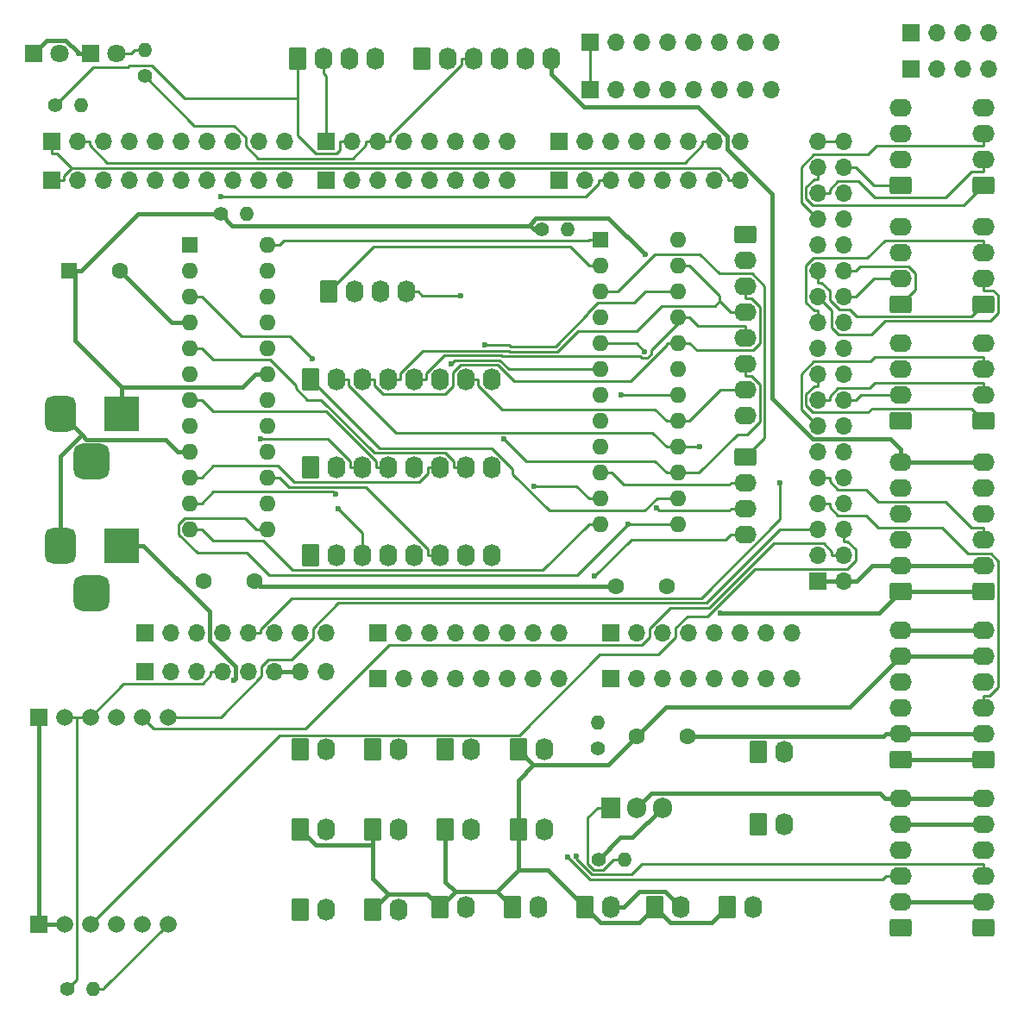
<source format=gbr>
%TF.GenerationSoftware,KiCad,Pcbnew,(6.0.7-1)-1*%
%TF.CreationDate,2023-10-29T12:02:15+10:00*%
%TF.ProjectId,Right Console Output,52696768-7420-4436-9f6e-736f6c65204f,rev?*%
%TF.SameCoordinates,Original*%
%TF.FileFunction,Copper,L1,Top*%
%TF.FilePolarity,Positive*%
%FSLAX46Y46*%
G04 Gerber Fmt 4.6, Leading zero omitted, Abs format (unit mm)*
G04 Created by KiCad (PCBNEW (6.0.7-1)-1) date 2023-10-29 12:02:15*
%MOMM*%
%LPD*%
G01*
G04 APERTURE LIST*
G04 Aperture macros list*
%AMRoundRect*
0 Rectangle with rounded corners*
0 $1 Rounding radius*
0 $2 $3 $4 $5 $6 $7 $8 $9 X,Y pos of 4 corners*
0 Add a 4 corners polygon primitive as box body*
4,1,4,$2,$3,$4,$5,$6,$7,$8,$9,$2,$3,0*
0 Add four circle primitives for the rounded corners*
1,1,$1+$1,$2,$3*
1,1,$1+$1,$4,$5*
1,1,$1+$1,$6,$7*
1,1,$1+$1,$8,$9*
0 Add four rect primitives between the rounded corners*
20,1,$1+$1,$2,$3,$4,$5,0*
20,1,$1+$1,$4,$5,$6,$7,0*
20,1,$1+$1,$6,$7,$8,$9,0*
20,1,$1+$1,$8,$9,$2,$3,0*%
G04 Aperture macros list end*
%TA.AperFunction,ComponentPad*%
%ADD10R,1.700000X1.700000*%
%TD*%
%TA.AperFunction,ComponentPad*%
%ADD11O,1.700000X1.700000*%
%TD*%
%TA.AperFunction,ComponentPad*%
%ADD12C,1.600000*%
%TD*%
%TA.AperFunction,ComponentPad*%
%ADD13C,1.400000*%
%TD*%
%TA.AperFunction,ComponentPad*%
%ADD14O,1.400000X1.400000*%
%TD*%
%TA.AperFunction,ComponentPad*%
%ADD15RoundRect,0.250000X-0.845000X0.620000X-0.845000X-0.620000X0.845000X-0.620000X0.845000X0.620000X0*%
%TD*%
%TA.AperFunction,ComponentPad*%
%ADD16O,2.190000X1.740000*%
%TD*%
%TA.AperFunction,ComponentPad*%
%ADD17RoundRect,0.250000X0.845000X-0.620000X0.845000X0.620000X-0.845000X0.620000X-0.845000X-0.620000X0*%
%TD*%
%TA.AperFunction,ComponentPad*%
%ADD18RoundRect,0.250000X-0.620000X-0.845000X0.620000X-0.845000X0.620000X0.845000X-0.620000X0.845000X0*%
%TD*%
%TA.AperFunction,ComponentPad*%
%ADD19O,1.740000X2.190000*%
%TD*%
%TA.AperFunction,ComponentPad*%
%ADD20R,1.600000X1.600000*%
%TD*%
%TA.AperFunction,ComponentPad*%
%ADD21O,1.600000X1.600000*%
%TD*%
%TA.AperFunction,ComponentPad*%
%ADD22R,3.500000X3.500000*%
%TD*%
%TA.AperFunction,ComponentPad*%
%ADD23RoundRect,0.750000X-0.750000X-1.000000X0.750000X-1.000000X0.750000X1.000000X-0.750000X1.000000X0*%
%TD*%
%TA.AperFunction,ComponentPad*%
%ADD24RoundRect,0.875000X-0.875000X-0.875000X0.875000X-0.875000X0.875000X0.875000X-0.875000X0.875000X0*%
%TD*%
%TA.AperFunction,ComponentPad*%
%ADD25R,1.905000X2.000000*%
%TD*%
%TA.AperFunction,ComponentPad*%
%ADD26O,1.905000X2.000000*%
%TD*%
%TA.AperFunction,ComponentPad*%
%ADD27R,1.800000X1.800000*%
%TD*%
%TA.AperFunction,ComponentPad*%
%ADD28C,1.800000*%
%TD*%
%TA.AperFunction,ComponentPad*%
%ADD29R,1.665000X1.665000*%
%TD*%
%TA.AperFunction,ComponentPad*%
%ADD30C,1.665000*%
%TD*%
%TA.AperFunction,ViaPad*%
%ADD31C,0.600000*%
%TD*%
%TA.AperFunction,Conductor*%
%ADD32C,0.250000*%
%TD*%
%TA.AperFunction,Conductor*%
%ADD33C,0.400000*%
%TD*%
G04 APERTURE END LIST*
D10*
%TO.P,J45,1,Pin_1*%
%TO.N,GND*%
X193980000Y-92380000D03*
D11*
%TO.P,J45,2,Pin_2*%
X196520000Y-92380000D03*
%TO.P,J45,3,Pin_3*%
%TO.N,SCLK*%
X193980000Y-89840000D03*
%TO.P,J45,4,Pin_4*%
%TO.N,ES1_RST*%
X196520000Y-89840000D03*
%TO.P,J45,5,Pin_5*%
%TO.N,MISO*%
X193980000Y-87300000D03*
%TO.P,J45,6,Pin_6*%
%TO.N,MOSI*%
X196520000Y-87300000D03*
%TO.P,J45,7,Pin_7*%
%TO.N,/48*%
X193980000Y-84760000D03*
%TO.P,J45,8,Pin_8*%
%TO.N,/49*%
X196520000Y-84760000D03*
%TO.P,J45,9,Pin_9*%
%TO.N,/\u002A46*%
X193980000Y-82220000D03*
%TO.P,J45,10,Pin_10*%
%TO.N,/47*%
X196520000Y-82220000D03*
%TO.P,J45,11,Pin_11*%
%TO.N,/\u002A44*%
X193980000Y-79680000D03*
%TO.P,J45,12,Pin_12*%
%TO.N,/\u002A45*%
X196520000Y-79680000D03*
%TO.P,J45,13,Pin_13*%
%TO.N,/42*%
X193980000Y-77140000D03*
%TO.P,J45,14,Pin_14*%
%TO.N,/43*%
X196520000Y-77140000D03*
%TO.P,J45,15,Pin_15*%
%TO.N,/40*%
X193980000Y-74600000D03*
%TO.P,J45,16,Pin_16*%
%TO.N,/41*%
X196520000Y-74600000D03*
%TO.P,J45,17,Pin_17*%
%TO.N,/38*%
X193980000Y-72060000D03*
%TO.P,J45,18,Pin_18*%
%TO.N,/39*%
X196520000Y-72060000D03*
%TO.P,J45,19,Pin_19*%
%TO.N,/36*%
X193980000Y-69520000D03*
%TO.P,J45,20,Pin_20*%
%TO.N,/37*%
X196520000Y-69520000D03*
%TO.P,J45,21,Pin_21*%
%TO.N,/34*%
X193980000Y-66980000D03*
%TO.P,J45,22,Pin_22*%
%TO.N,/35*%
X196520000Y-66980000D03*
%TO.P,J45,23,Pin_23*%
%TO.N,/32*%
X193980000Y-64440000D03*
%TO.P,J45,24,Pin_24*%
%TO.N,/33*%
X196520000Y-64440000D03*
%TO.P,J45,25,Pin_25*%
%TO.N,/30*%
X193980000Y-61900000D03*
%TO.P,J45,26,Pin_26*%
%TO.N,/31*%
X196520000Y-61900000D03*
%TO.P,J45,27,Pin_27*%
%TO.N,/28*%
X193980000Y-59360000D03*
%TO.P,J45,28,Pin_28*%
%TO.N,/29*%
X196520000Y-59360000D03*
%TO.P,J45,29,Pin_29*%
%TO.N,/26*%
X193980000Y-56820000D03*
%TO.P,J45,30,Pin_30*%
%TO.N,/27*%
X196520000Y-56820000D03*
%TO.P,J45,31,Pin_31*%
%TO.N,/24*%
X193980000Y-54280000D03*
%TO.P,J45,32,Pin_32*%
%TO.N,/25*%
X196520000Y-54280000D03*
%TO.P,J45,33,Pin_33*%
%TO.N,/22*%
X193980000Y-51740000D03*
%TO.P,J45,34,Pin_34*%
%TO.N,/23*%
X196520000Y-51740000D03*
%TO.P,J45,35,Pin_35*%
%TO.N,+5V*%
X193980000Y-49200000D03*
%TO.P,J45,36,Pin_36*%
X196520000Y-49200000D03*
%TD*%
D10*
%TO.P,J42,1,Pin_1*%
%TO.N,unconnected-(J42-Pad1)*%
X127940000Y-97460000D03*
D11*
%TO.P,J42,2,Pin_2*%
%TO.N,/IOREF*%
X130480000Y-97460000D03*
%TO.P,J42,3,Pin_3*%
%TO.N,/~{RESET}*%
X133020000Y-97460000D03*
%TO.P,J42,4,Pin_4*%
%TO.N,+3V3*%
X135560000Y-97460000D03*
%TO.P,J42,5,Pin_5*%
%TO.N,+5V*%
X138100000Y-97460000D03*
%TO.P,J42,6,Pin_6*%
%TO.N,GND*%
X140640000Y-97460000D03*
%TO.P,J42,7,Pin_7*%
X143180000Y-97460000D03*
%TO.P,J42,8,Pin_8*%
%TO.N,VCC*%
X145720000Y-97460000D03*
%TD*%
D10*
%TO.P,J43,1,Pin_1*%
%TO.N,/A0*%
X150800000Y-97460000D03*
D11*
%TO.P,J43,2,Pin_2*%
%TO.N,/A1*%
X153340000Y-97460000D03*
%TO.P,J43,3,Pin_3*%
%TO.N,/A2*%
X155880000Y-97460000D03*
%TO.P,J43,4,Pin_4*%
%TO.N,/A3*%
X158420000Y-97460000D03*
%TO.P,J43,5,Pin_5*%
%TO.N,/A4*%
X160960000Y-97460000D03*
%TO.P,J43,6,Pin_6*%
%TO.N,/A5*%
X163500000Y-97460000D03*
%TO.P,J43,7,Pin_7*%
%TO.N,/A6*%
X166040000Y-97460000D03*
%TO.P,J43,8,Pin_8*%
%TO.N,/A7*%
X168580000Y-97460000D03*
%TD*%
D10*
%TO.P,J44,1,Pin_1*%
%TO.N,/A8*%
X173660000Y-97460000D03*
D11*
%TO.P,J44,2,Pin_2*%
%TO.N,/A9*%
X176200000Y-97460000D03*
%TO.P,J44,3,Pin_3*%
%TO.N,/A10*%
X178740000Y-97460000D03*
%TO.P,J44,4,Pin_4*%
%TO.N,/A11*%
X181280000Y-97460000D03*
%TO.P,J44,5,Pin_5*%
%TO.N,/A12*%
X183820000Y-97460000D03*
%TO.P,J44,6,Pin_6*%
%TO.N,/A13*%
X186360000Y-97460000D03*
%TO.P,J44,7,Pin_7*%
%TO.N,/A14*%
X188900000Y-97460000D03*
%TO.P,J44,8,Pin_8*%
%TO.N,/A15*%
X191440000Y-97460000D03*
%TD*%
D10*
%TO.P,J46,1,Pin_1*%
%TO.N,/SCL{slash}21*%
X118796000Y-49200000D03*
D11*
%TO.P,J46,2,Pin_2*%
%TO.N,/SDA{slash}20*%
X121336000Y-49200000D03*
%TO.P,J46,3,Pin_3*%
%TO.N,/AREF*%
X123876000Y-49200000D03*
%TO.P,J46,4,Pin_4*%
%TO.N,GND*%
X126416000Y-49200000D03*
%TO.P,J46,5,Pin_5*%
%TO.N,/\u002A13*%
X128956000Y-49200000D03*
%TO.P,J46,6,Pin_6*%
%TO.N,/\u002A12*%
X131496000Y-49200000D03*
%TO.P,J46,7,Pin_7*%
%TO.N,/\u002A11*%
X134036000Y-49200000D03*
%TO.P,J46,8,Pin_8*%
%TO.N,SS*%
X136576000Y-49200000D03*
%TO.P,J46,9,Pin_9*%
%TO.N,/\u002A9*%
X139116000Y-49200000D03*
%TO.P,J46,10,Pin_10*%
%TO.N,/\u002A8*%
X141656000Y-49200000D03*
%TD*%
D10*
%TO.P,J47,1,Pin_1*%
%TO.N,/\u002A7*%
X145720000Y-49200000D03*
D11*
%TO.P,J47,2,Pin_2*%
%TO.N,/\u002A6*%
X148260000Y-49200000D03*
%TO.P,J47,3,Pin_3*%
%TO.N,/\u002A5*%
X150800000Y-49200000D03*
%TO.P,J47,4,Pin_4*%
%TO.N,/\u002A4*%
X153340000Y-49200000D03*
%TO.P,J47,5,Pin_5*%
%TO.N,/\u002A3*%
X155880000Y-49200000D03*
%TO.P,J47,6,Pin_6*%
%TO.N,/\u002A2*%
X158420000Y-49200000D03*
%TO.P,J47,7,Pin_7*%
%TO.N,/TX0{slash}1*%
X160960000Y-49200000D03*
%TO.P,J47,8,Pin_8*%
%TO.N,/RX0{slash}0*%
X163500000Y-49200000D03*
%TD*%
D10*
%TO.P,J48,1,Pin_1*%
%TO.N,CLK*%
X168580000Y-49200000D03*
D11*
%TO.P,J48,2,Pin_2*%
%TO.N,LOAD*%
X171120000Y-49200000D03*
%TO.P,J48,3,Pin_3*%
%TO.N,DIN*%
X173660000Y-49200000D03*
%TO.P,J48,4,Pin_4*%
%TO.N,/RX2{slash}17*%
X176200000Y-49200000D03*
%TO.P,J48,5,Pin_5*%
%TO.N,/TX1{slash}18*%
X178740000Y-49200000D03*
%TO.P,J48,6,Pin_6*%
%TO.N,/RX1{slash}19*%
X181280000Y-49200000D03*
%TO.P,J48,7,Pin_7*%
%TO.N,/SDA{slash}20*%
X183820000Y-49200000D03*
%TO.P,J48,8,Pin_8*%
%TO.N,/SCL{slash}21*%
X186360000Y-49200000D03*
%TD*%
D12*
%TO.P,C3,1*%
%TO.N,+5VD*%
X179208000Y-92888000D03*
%TO.P,C3,2*%
%TO.N,GND*%
X174208000Y-92888000D03*
%TD*%
D13*
%TO.P,R4,1*%
%TO.N,/\u002A6*%
X119100000Y-45644000D03*
D14*
%TO.P,R4,2*%
%TO.N,Net-(D2-Pad2)*%
X121640000Y-45644000D03*
%TD*%
D10*
%TO.P,J15,1,Pin_1*%
%TO.N,Net-(J10-Pad1)*%
X203124000Y-38532000D03*
D11*
%TO.P,J15,2,Pin_2*%
%TO.N,Net-(J10-Pad2)*%
X205664000Y-38532000D03*
%TO.P,J15,3,Pin_3*%
%TO.N,Net-(J10-Pad3)*%
X208204000Y-38532000D03*
%TO.P,J15,4,Pin_4*%
%TO.N,Net-(J10-Pad4)*%
X210744000Y-38532000D03*
%TD*%
D15*
%TO.P,J55,1,Pin_1*%
%TO.N,/MAX7219A/SEG_A1*%
X186868000Y-58344000D03*
D16*
%TO.P,J55,2,Pin_2*%
%TO.N,/MAX7219A/SEG_B1*%
X186868000Y-60884000D03*
%TO.P,J55,3,Pin_3*%
%TO.N,/MAX7219A/SEG_C1*%
X186868000Y-63424000D03*
%TO.P,J55,4,Pin_4*%
%TO.N,/MAX7219A/SEG_D1*%
X186868000Y-65964000D03*
%TO.P,J55,5,Pin_5*%
%TO.N,/MAX7219A/SEG_E1*%
X186868000Y-68504000D03*
%TO.P,J55,6,Pin_6*%
%TO.N,/MAX7219A/SEG_F1*%
X186868000Y-71044000D03*
%TO.P,J55,7,Pin_7*%
%TO.N,/MAX7219A/SEG_G1*%
X186868000Y-73584000D03*
%TO.P,J55,8,Pin_8*%
%TO.N,/MAX7219A/SEG_DP1*%
X186868000Y-76124000D03*
%TD*%
D17*
%TO.P,J35,1,Pin_1*%
%TO.N,/38*%
X210236000Y-76632000D03*
D16*
%TO.P,J35,2,Pin_2*%
%TO.N,/40*%
X210236000Y-74092000D03*
%TO.P,J35,3,Pin_3*%
%TO.N,/42*%
X210236000Y-71552000D03*
%TO.P,J35,4,Pin_4*%
%TO.N,/\u002A44*%
X210236000Y-69012000D03*
%TD*%
D10*
%TO.P,J11,1,Pin_1*%
%TO.N,Net-(J11-Pad1)*%
X171628000Y-39470000D03*
D11*
%TO.P,J11,2,Pin_2*%
%TO.N,Net-(J11-Pad2)*%
X174168000Y-39470000D03*
%TO.P,J11,3,Pin_3*%
%TO.N,Net-(J11-Pad3)*%
X176708000Y-39470000D03*
%TO.P,J11,4,Pin_4*%
%TO.N,Net-(J11-Pad4)*%
X179248000Y-39470000D03*
%TO.P,J11,5,Pin_5*%
%TO.N,Net-(J11-Pad5)*%
X181788000Y-39470000D03*
%TO.P,J11,6,Pin_6*%
%TO.N,Net-(J11-Pad6)*%
X184328000Y-39470000D03*
%TO.P,J11,7,Pin_7*%
%TO.N,Net-(J11-Pad7)*%
X186868000Y-39470000D03*
%TO.P,J11,8,Pin_8*%
%TO.N,Net-(J11-Pad8)*%
X189408000Y-39470000D03*
%TD*%
D13*
%TO.P,R5,1*%
%TO.N,+3V3*%
X120325000Y-132385000D03*
D14*
%TO.P,R5,2*%
%TO.N,Net-(R5-Pad2)*%
X122865000Y-132385000D03*
%TD*%
D18*
%TO.P,J12,1,Pin_1*%
%TO.N,+12V*%
X157440000Y-116760000D03*
D19*
%TO.P,J12,2,Pin_2*%
%TO.N,/BACKLIGHT_-V*%
X159980000Y-116760000D03*
%TD*%
D17*
%TO.P,J39,1,Pin_1*%
%TO.N,/31*%
X202128000Y-65175000D03*
D16*
%TO.P,J39,2,Pin_2*%
%TO.N,/33*%
X202128000Y-62635000D03*
%TO.P,J39,3,Pin_3*%
%TO.N,/35*%
X202128000Y-60095000D03*
%TO.P,J39,4,Pin_4*%
%TO.N,/37*%
X202128000Y-57555000D03*
%TD*%
D10*
%TO.P,J33,1,Pin_1*%
%TO.N,/A8*%
X173660000Y-101905000D03*
D11*
%TO.P,J33,2,Pin_2*%
%TO.N,/A9*%
X176200000Y-101905000D03*
%TO.P,J33,3,Pin_3*%
%TO.N,/A10*%
X178740000Y-101905000D03*
%TO.P,J33,4,Pin_4*%
%TO.N,/A11*%
X181280000Y-101905000D03*
%TO.P,J33,5,Pin_5*%
%TO.N,/A12*%
X183820000Y-101905000D03*
%TO.P,J33,6,Pin_6*%
%TO.N,/A13*%
X186360000Y-101905000D03*
%TO.P,J33,7,Pin_7*%
%TO.N,/A14*%
X188900000Y-101905000D03*
%TO.P,J33,8,Pin_8*%
%TO.N,/A15*%
X191440000Y-101905000D03*
%TD*%
D18*
%TO.P,J53,1,Pin_1*%
%TO.N,/MAX7219A/SEG_A1*%
X188138000Y-109164000D03*
D19*
%TO.P,J53,2,Pin_2*%
%TO.N,/MAX7219A/DIG_B4*%
X190678000Y-109164000D03*
%TD*%
D18*
%TO.P,J51,1,Pin_1*%
%TO.N,/MAX7219A/DIG_B0*%
X145974000Y-63952000D03*
D19*
%TO.P,J51,2,Pin_2*%
%TO.N,/MAX7219A/DIG_B1*%
X148514000Y-63952000D03*
%TO.P,J51,3,Pin_3*%
%TO.N,/MAX7219A/DIG_B2*%
X151054000Y-63952000D03*
%TO.P,J51,4,Pin_4*%
%TO.N,/MAX7219A/DIG_B3*%
X153594000Y-63952000D03*
%TD*%
D18*
%TO.P,J18,1,Pin_1*%
%TO.N,+12V*%
X143180000Y-124610000D03*
D19*
%TO.P,J18,2,Pin_2*%
%TO.N,/BACKLIGHT_-V*%
X145720000Y-124610000D03*
%TD*%
D17*
%TO.P,J28,1,Pin_1*%
%TO.N,+5VD*%
X202128000Y-109906000D03*
D16*
%TO.P,J28,2,Pin_2*%
%TO.N,GND*%
X202128000Y-107366000D03*
%TO.P,J28,3,Pin_3*%
%TO.N,/49*%
X202128000Y-104826000D03*
%TO.P,J28,4,Pin_4*%
%TO.N,unconnected-(J28-Pad4)*%
X202128000Y-102286000D03*
%TO.P,J28,5,Pin_5*%
%TO.N,+12V*%
X202128000Y-99746000D03*
%TO.P,J28,6,Pin_6*%
%TO.N,/BACKLIGHT_-V*%
X202128000Y-97206000D03*
%TD*%
D10*
%TO.P,J41,1,Pin_1*%
%TO.N,unconnected-(J41-Pad1)*%
X127940000Y-101270000D03*
D11*
%TO.P,J41,2,Pin_2*%
%TO.N,/IOREF*%
X130480000Y-101270000D03*
%TO.P,J41,3,Pin_3*%
%TO.N,/~{RESET}*%
X133020000Y-101270000D03*
%TO.P,J41,4,Pin_4*%
%TO.N,+3V3*%
X135560000Y-101270000D03*
%TO.P,J41,5,Pin_5*%
%TO.N,+5V*%
X138100000Y-101270000D03*
%TO.P,J41,6,Pin_6*%
%TO.N,GND*%
X140640000Y-101270000D03*
%TO.P,J41,7,Pin_7*%
X143180000Y-101270000D03*
%TO.P,J41,8,Pin_8*%
%TO.N,VCC*%
X145720000Y-101270000D03*
%TD*%
D18*
%TO.P,J49,1,Pin_1*%
%TO.N,/MAX7219A/DIG_A0*%
X144196000Y-81204000D03*
D19*
%TO.P,J49,2,Pin_2*%
%TO.N,/MAX7219A/DIG_A1*%
X146736000Y-81204000D03*
%TO.P,J49,3,Pin_3*%
%TO.N,/MAX7219A/DIG_A2*%
X149276000Y-81204000D03*
%TO.P,J49,4,Pin_4*%
%TO.N,/MAX7219A/DIG_A3*%
X151816000Y-81204000D03*
%TO.P,J49,5,Pin_5*%
%TO.N,/MAX7219A/DIG_A4*%
X154356000Y-81204000D03*
%TO.P,J49,6,Pin_6*%
%TO.N,/MAX7219A/DIG_A5*%
X156896000Y-81204000D03*
%TO.P,J49,7,Pin_7*%
%TO.N,/MAX7219A/DIG_A6*%
X159436000Y-81204000D03*
%TO.P,J49,8,Pin_8*%
%TO.N,/MAX7219A/DIG_A7*%
X161976000Y-81204000D03*
%TD*%
D18*
%TO.P,J14,1,Pin_1*%
%TO.N,+12V*%
X177978000Y-124404000D03*
D19*
%TO.P,J14,2,Pin_2*%
%TO.N,/BACKLIGHT_-V*%
X180518000Y-124404000D03*
%TD*%
D13*
%TO.P,R6,1*%
%TO.N,+5VD*%
X135356000Y-56312000D03*
D14*
%TO.P,R6,2*%
%TO.N,Net-(R6-Pad2)*%
X137896000Y-56312000D03*
%TD*%
D12*
%TO.P,C1,1*%
%TO.N,+5VD*%
X133695000Y-92380000D03*
%TO.P,C1,2*%
%TO.N,GND*%
X138695000Y-92380000D03*
%TD*%
D18*
%TO.P,J9,1,Pin_1*%
%TO.N,+12V*%
X185108000Y-124404000D03*
D19*
%TO.P,J9,2,Pin_2*%
%TO.N,/BACKLIGHT_-V*%
X187648000Y-124404000D03*
%TD*%
D17*
%TO.P,J40,1,Pin_1*%
%TO.N,/22*%
X210236000Y-53518000D03*
D16*
%TO.P,J40,2,Pin_2*%
%TO.N,/24*%
X210236000Y-50978000D03*
%TO.P,J40,3,Pin_3*%
%TO.N,/26*%
X210236000Y-48438000D03*
%TO.P,J40,4,Pin_4*%
%TO.N,/28*%
X210236000Y-45898000D03*
%TD*%
D20*
%TO.P,U2,1,DIN*%
%TO.N,DIN*%
X132385000Y-59360000D03*
D21*
%TO.P,U2,2,DIG_0*%
%TO.N,/MAX7219A/DIG_A0*%
X132385000Y-61900000D03*
%TO.P,U2,3,DIG_4*%
%TO.N,/MAX7219A/DIG_A4*%
X132385000Y-64440000D03*
%TO.P,U2,4,GND*%
%TO.N,GND*%
X132385000Y-66980000D03*
%TO.P,U2,5,DIG_6*%
%TO.N,/MAX7219A/DIG_A6*%
X132385000Y-69520000D03*
%TO.P,U2,6,DIG_2*%
%TO.N,/MAX7219A/DIG_A2*%
X132385000Y-72060000D03*
%TO.P,U2,7,DIG_3*%
%TO.N,/MAX7219A/DIG_A3*%
X132385000Y-74600000D03*
%TO.P,U2,8,DIG_7*%
%TO.N,/MAX7219A/DIG_A7*%
X132385000Y-77140000D03*
%TO.P,U2,9,GND*%
%TO.N,GND*%
X132385000Y-79680000D03*
%TO.P,U2,10,DIG_5*%
%TO.N,/MAX7219A/DIG_A5*%
X132385000Y-82220000D03*
%TO.P,U2,11,DIG_1*%
%TO.N,/MAX7219A/DIG_A1*%
X132385000Y-84760000D03*
%TO.P,U2,12,LOAD*%
%TO.N,LOAD*%
X132385000Y-87300000D03*
%TO.P,U2,13,CLK*%
%TO.N,CLK*%
X140005000Y-87300000D03*
%TO.P,U2,14,SEG_A*%
%TO.N,/MAX7219A/SEG_A0*%
X140005000Y-84760000D03*
%TO.P,U2,15,SEG_F*%
%TO.N,/MAX7219A/SEG_F0*%
X140005000Y-82220000D03*
%TO.P,U2,16,SEG_B*%
%TO.N,/MAX7219A/SEG_B0*%
X140005000Y-79680000D03*
%TO.P,U2,17,SEG_G*%
%TO.N,/MAX7219A/SEG_G0*%
X140005000Y-77140000D03*
%TO.P,U2,18,ISET*%
%TO.N,Net-(R6-Pad2)*%
X140005000Y-74600000D03*
%TO.P,U2,19,V+*%
%TO.N,+5VD*%
X140005000Y-72060000D03*
%TO.P,U2,20,SEG_C*%
%TO.N,/MAX7219A/SEG_C0*%
X140005000Y-69520000D03*
%TO.P,U2,21,SEG_E*%
%TO.N,/MAX7219A/SEG_E0*%
X140005000Y-66980000D03*
%TO.P,U2,22,SEG_DP*%
%TO.N,/MAX7219A/SEG_DP0*%
X140005000Y-64440000D03*
%TO.P,U2,23,SEG_D*%
%TO.N,/MAX7219A/SEG_D0*%
X140005000Y-61900000D03*
%TO.P,U2,24,DOUT*%
%TO.N,/MAX7219A/A-DOUT-B-DIN*%
X140005000Y-59360000D03*
%TD*%
D17*
%TO.P,J27,1,Pin_1*%
%TO.N,+5VD*%
X210256000Y-126407000D03*
D16*
%TO.P,J27,2,Pin_2*%
%TO.N,GND*%
X210256000Y-123867000D03*
%TO.P,J27,3,Pin_3*%
%TO.N,/\u002A3*%
X210256000Y-121327000D03*
%TO.P,J27,4,Pin_4*%
%TO.N,unconnected-(J27-Pad4)*%
X210256000Y-118787000D03*
%TO.P,J27,5,Pin_5*%
%TO.N,+12V*%
X210256000Y-116247000D03*
%TO.P,J27,6,Pin_6*%
%TO.N,/BACKLIGHT_-V*%
X210256000Y-113707000D03*
%TD*%
D18*
%TO.P,J52,1,Pin_1*%
%TO.N,/MAX7219A/SEG_A1*%
X144196000Y-72568000D03*
D19*
%TO.P,J52,2,Pin_2*%
%TO.N,/MAX7219A/SEG_B1*%
X146736000Y-72568000D03*
%TO.P,J52,3,Pin_3*%
%TO.N,/MAX7219A/SEG_C1*%
X149276000Y-72568000D03*
%TO.P,J52,4,Pin_4*%
%TO.N,/MAX7219A/SEG_D1*%
X151816000Y-72568000D03*
%TO.P,J52,5,Pin_5*%
%TO.N,/MAX7219A/SEG_E1*%
X154356000Y-72568000D03*
%TO.P,J52,6,Pin_6*%
%TO.N,/MAX7219A/SEG_F1*%
X156896000Y-72568000D03*
%TO.P,J52,7,Pin_7*%
%TO.N,/MAX7219A/SEG_G1*%
X159436000Y-72568000D03*
%TO.P,J52,8,Pin_8*%
%TO.N,/MAX7219A/SEG_DP1*%
X161976000Y-72568000D03*
%TD*%
D18*
%TO.P,J19,1,Pin_1*%
%TO.N,+12V*%
X171138000Y-124384000D03*
D19*
%TO.P,J19,2,Pin_2*%
%TO.N,/BACKLIGHT_-V*%
X173678000Y-124384000D03*
%TD*%
D13*
%TO.P,R1,1*%
%TO.N,Net-(Q1-Pad1)*%
X172430000Y-108840000D03*
D14*
%TO.P,R1,2*%
%TO.N,/\u002A2*%
X172430000Y-106300000D03*
%TD*%
D18*
%TO.P,J34,1,Pin_1*%
%TO.N,/\u002A6*%
X142926000Y-41092000D03*
D19*
%TO.P,J34,2,Pin_2*%
%TO.N,/\u002A7*%
X145466000Y-41092000D03*
%TO.P,J34,3,Pin_3*%
%TO.N,/\u002A8*%
X148006000Y-41092000D03*
%TO.P,J34,4,Pin_4*%
%TO.N,/\u002A9*%
X150546000Y-41092000D03*
%TD*%
D18*
%TO.P,J17,1,Pin_1*%
%TO.N,+12V*%
X150310000Y-116760000D03*
D19*
%TO.P,J17,2,Pin_2*%
%TO.N,/BACKLIGHT_-V*%
X152850000Y-116760000D03*
%TD*%
D18*
%TO.P,J8,1,Pin_1*%
%TO.N,+12V*%
X150310000Y-108910000D03*
D19*
%TO.P,J8,2,Pin_2*%
%TO.N,/BACKLIGHT_-V*%
X152850000Y-108910000D03*
%TD*%
D18*
%TO.P,J5,1,Pin_1*%
%TO.N,+12V*%
X143180000Y-116760000D03*
D19*
%TO.P,J5,2,Pin_2*%
%TO.N,/BACKLIGHT_-V*%
X145720000Y-116760000D03*
%TD*%
D18*
%TO.P,J6,1,Pin_1*%
%TO.N,+12V*%
X156878000Y-124384000D03*
D19*
%TO.P,J6,2,Pin_2*%
%TO.N,/BACKLIGHT_-V*%
X159418000Y-124384000D03*
%TD*%
D18*
%TO.P,J3,1,Pin_1*%
%TO.N,+12V*%
X164008000Y-124384000D03*
D19*
%TO.P,J3,2,Pin_2*%
%TO.N,/BACKLIGHT_-V*%
X166548000Y-124384000D03*
%TD*%
D10*
%TO.P,J26,1,Pin_1*%
%TO.N,CLK*%
X168580000Y-53010000D03*
D11*
%TO.P,J26,2,Pin_2*%
%TO.N,LOAD*%
X171120000Y-53010000D03*
%TO.P,J26,3,Pin_3*%
%TO.N,DIN*%
X173660000Y-53010000D03*
%TO.P,J26,4,Pin_4*%
%TO.N,/RX2{slash}17*%
X176200000Y-53010000D03*
%TO.P,J26,5,Pin_5*%
%TO.N,/TX1{slash}18*%
X178740000Y-53010000D03*
%TO.P,J26,6,Pin_6*%
%TO.N,/RX1{slash}19*%
X181280000Y-53010000D03*
%TO.P,J26,7,Pin_7*%
%TO.N,/SDA{slash}20*%
X183820000Y-53010000D03*
%TO.P,J26,8,Pin_8*%
%TO.N,/SCL{slash}21*%
X186360000Y-53010000D03*
%TD*%
D18*
%TO.P,J2,1,Pin_1*%
%TO.N,+12V*%
X150310000Y-124610000D03*
D19*
%TO.P,J2,2,Pin_2*%
%TO.N,/BACKLIGHT_-V*%
X152850000Y-124610000D03*
%TD*%
D17*
%TO.P,J29,1,Pin_1*%
%TO.N,+5VD*%
X210256000Y-109906000D03*
D16*
%TO.P,J29,2,Pin_2*%
%TO.N,GND*%
X210256000Y-107366000D03*
%TO.P,J29,3,Pin_3*%
%TO.N,/48*%
X210256000Y-104826000D03*
%TO.P,J29,4,Pin_4*%
%TO.N,unconnected-(J29-Pad4)*%
X210256000Y-102286000D03*
%TO.P,J29,5,Pin_5*%
%TO.N,+12V*%
X210256000Y-99746000D03*
%TO.P,J29,6,Pin_6*%
%TO.N,/BACKLIGHT_-V*%
X210256000Y-97206000D03*
%TD*%
D15*
%TO.P,J56,1,Pin_1*%
%TO.N,/MAX7219A/DIG_B4*%
X186868000Y-80188000D03*
D16*
%TO.P,J56,2,Pin_2*%
%TO.N,/MAX7219A/DIG_B5*%
X186868000Y-82728000D03*
%TO.P,J56,3,Pin_3*%
%TO.N,/MAX7219A/DIG_B6*%
X186868000Y-85268000D03*
%TO.P,J56,4,Pin_4*%
%TO.N,/MAX7219A/DIG_B7*%
X186868000Y-87808000D03*
%TD*%
D17*
%TO.P,J37,1,Pin_1*%
%TO.N,/23*%
X202128000Y-53518000D03*
D16*
%TO.P,J37,2,Pin_2*%
%TO.N,/25*%
X202128000Y-50978000D03*
%TO.P,J37,3,Pin_3*%
%TO.N,/27*%
X202128000Y-48438000D03*
%TO.P,J37,4,Pin_4*%
%TO.N,/29*%
X202128000Y-45898000D03*
%TD*%
D18*
%TO.P,J7,1,Pin_1*%
%TO.N,+12V*%
X164570000Y-116760000D03*
D19*
%TO.P,J7,2,Pin_2*%
%TO.N,/BACKLIGHT_-V*%
X167110000Y-116760000D03*
%TD*%
D13*
%TO.P,R7,1*%
%TO.N,+5VD*%
X166852000Y-57836000D03*
D14*
%TO.P,R7,2*%
%TO.N,Net-(R7-Pad2)*%
X169392000Y-57836000D03*
%TD*%
D17*
%TO.P,J21,1,Pin_1*%
%TO.N,+5VD*%
X202108000Y-126416000D03*
D16*
%TO.P,J21,2,Pin_2*%
%TO.N,GND*%
X202108000Y-123876000D03*
%TO.P,J21,3,Pin_3*%
%TO.N,/\u002A4*%
X202108000Y-121336000D03*
%TO.P,J21,4,Pin_4*%
%TO.N,unconnected-(J21-Pad4)*%
X202108000Y-118796000D03*
%TO.P,J21,5,Pin_5*%
%TO.N,+12V*%
X202108000Y-116256000D03*
%TO.P,J21,6,Pin_6*%
%TO.N,/BACKLIGHT_-V*%
X202108000Y-113716000D03*
%TD*%
D22*
%TO.P,J22,1,Pin_1*%
%TO.N,+12V*%
X125660000Y-88882500D03*
D23*
%TO.P,J22,2,Pin_2*%
%TO.N,GND*%
X119660000Y-88882500D03*
D24*
%TO.P,J22,3*%
%TO.N,N/C*%
X122660000Y-93582500D03*
%TD*%
D17*
%TO.P,J31,1,Pin_1*%
%TO.N,+5VD*%
X210236000Y-93396000D03*
D16*
%TO.P,J31,2,Pin_2*%
%TO.N,GND*%
X210236000Y-90856000D03*
%TO.P,J31,3,Pin_3*%
%TO.N,/\u002A46*%
X210236000Y-88316000D03*
%TO.P,J31,4,Pin_4*%
%TO.N,unconnected-(J31-Pad4)*%
X210236000Y-85776000D03*
%TO.P,J31,5,Pin_5*%
%TO.N,+12V*%
X210236000Y-83236000D03*
%TO.P,J31,6,Pin_6*%
%TO.N,/BACKLIGHT_-V*%
X210236000Y-80696000D03*
%TD*%
D10*
%TO.P,J25,1,Pin_1*%
%TO.N,/\u002A7*%
X145720000Y-53010000D03*
D11*
%TO.P,J25,2,Pin_2*%
%TO.N,/\u002A6*%
X148260000Y-53010000D03*
%TO.P,J25,3,Pin_3*%
%TO.N,/\u002A5*%
X150800000Y-53010000D03*
%TO.P,J25,4,Pin_4*%
%TO.N,/\u002A4*%
X153340000Y-53010000D03*
%TO.P,J25,5,Pin_5*%
%TO.N,/\u002A3*%
X155880000Y-53010000D03*
%TO.P,J25,6,Pin_6*%
%TO.N,/\u002A2*%
X158420000Y-53010000D03*
%TO.P,J25,7,Pin_7*%
%TO.N,/TX0{slash}1*%
X160960000Y-53010000D03*
%TO.P,J25,8,Pin_8*%
%TO.N,/RX0{slash}0*%
X163500000Y-53010000D03*
%TD*%
D10*
%TO.P,J32,1,Pin_1*%
%TO.N,/A0*%
X150800000Y-101905000D03*
D11*
%TO.P,J32,2,Pin_2*%
%TO.N,/A1*%
X153340000Y-101905000D03*
%TO.P,J32,3,Pin_3*%
%TO.N,/A2*%
X155880000Y-101905000D03*
%TO.P,J32,4,Pin_4*%
%TO.N,/A3*%
X158420000Y-101905000D03*
%TO.P,J32,5,Pin_5*%
%TO.N,/A4*%
X160960000Y-101905000D03*
%TO.P,J32,6,Pin_6*%
%TO.N,/A5*%
X163500000Y-101905000D03*
%TO.P,J32,7,Pin_7*%
%TO.N,/A6*%
X166040000Y-101905000D03*
%TO.P,J32,8,Pin_8*%
%TO.N,/A7*%
X168580000Y-101905000D03*
%TD*%
D10*
%TO.P,J16,1,Pin_1*%
%TO.N,Net-(J11-Pad1)*%
X171628000Y-44120000D03*
D11*
%TO.P,J16,2,Pin_2*%
%TO.N,Net-(J11-Pad2)*%
X174168000Y-44120000D03*
%TO.P,J16,3,Pin_3*%
%TO.N,Net-(J11-Pad3)*%
X176708000Y-44120000D03*
%TO.P,J16,4,Pin_4*%
%TO.N,Net-(J11-Pad4)*%
X179248000Y-44120000D03*
%TO.P,J16,5,Pin_5*%
%TO.N,Net-(J11-Pad5)*%
X181788000Y-44120000D03*
%TO.P,J16,6,Pin_6*%
%TO.N,Net-(J11-Pad6)*%
X184328000Y-44120000D03*
%TO.P,J16,7,Pin_7*%
%TO.N,Net-(J11-Pad7)*%
X186868000Y-44120000D03*
%TO.P,J16,8,Pin_8*%
%TO.N,Net-(J11-Pad8)*%
X189408000Y-44120000D03*
%TD*%
D10*
%TO.P,J10,1,Pin_1*%
%TO.N,Net-(J10-Pad1)*%
X203124000Y-42088000D03*
D11*
%TO.P,J10,2,Pin_2*%
%TO.N,Net-(J10-Pad2)*%
X205664000Y-42088000D03*
%TO.P,J10,3,Pin_3*%
%TO.N,Net-(J10-Pad3)*%
X208204000Y-42088000D03*
%TO.P,J10,4,Pin_4*%
%TO.N,Net-(J10-Pad4)*%
X210744000Y-42088000D03*
%TD*%
D20*
%TO.P,C4,1*%
%TO.N,+5VD*%
X120457300Y-61900000D03*
D12*
%TO.P,C4,2*%
%TO.N,GND*%
X125457300Y-61900000D03*
%TD*%
D18*
%TO.P,J54,1,Pin_1*%
%TO.N,/MAX7219A/SEG_B1*%
X188138000Y-116276000D03*
D19*
%TO.P,J54,2,Pin_2*%
%TO.N,/MAX7219A/DIG_B4*%
X190678000Y-116276000D03*
%TD*%
D18*
%TO.P,J13,1,Pin_1*%
%TO.N,+12V*%
X157440000Y-108910000D03*
D19*
%TO.P,J13,2,Pin_2*%
%TO.N,/BACKLIGHT_-V*%
X159980000Y-108910000D03*
%TD*%
D17*
%TO.P,J36,1,Pin_1*%
%TO.N,/39*%
X202128000Y-76632000D03*
D16*
%TO.P,J36,2,Pin_2*%
%TO.N,/41*%
X202128000Y-74092000D03*
%TO.P,J36,3,Pin_3*%
%TO.N,/43*%
X202128000Y-71552000D03*
%TO.P,J36,4,Pin_4*%
%TO.N,/\u002A45*%
X202128000Y-69012000D03*
%TD*%
D18*
%TO.P,J4,1,Pin_1*%
%TO.N,+12V*%
X164570000Y-108910000D03*
D19*
%TO.P,J4,2,Pin_2*%
%TO.N,/BACKLIGHT_-V*%
X167110000Y-108910000D03*
%TD*%
D25*
%TO.P,Q1,1,G*%
%TO.N,Net-(Q1-Pad1)*%
X173660000Y-114605000D03*
D26*
%TO.P,Q1,2,D*%
%TO.N,/BACKLIGHT_-V*%
X176200000Y-114605000D03*
%TO.P,Q1,3,S*%
%TO.N,GND*%
X178740000Y-114605000D03*
%TD*%
D27*
%TO.P,D1,1,K*%
%TO.N,GND*%
X122601000Y-40564000D03*
D28*
%TO.P,D1,2,A*%
%TO.N,Net-(D1-Pad2)*%
X125141000Y-40564000D03*
%TD*%
D22*
%TO.P,J20,1,Pin_1*%
%TO.N,+5VD*%
X125660000Y-75945000D03*
D23*
%TO.P,J20,2,Pin_2*%
%TO.N,GND*%
X119660000Y-75945000D03*
D24*
%TO.P,J20,3*%
%TO.N,N/C*%
X122660000Y-80645000D03*
%TD*%
D20*
%TO.P,U3,1,DIN*%
%TO.N,/MAX7219A/A-DOUT-B-DIN*%
X172644000Y-58852000D03*
D21*
%TO.P,U3,2,DIG_0*%
%TO.N,/MAX7219A/DIG_B0*%
X172644000Y-61392000D03*
%TO.P,U3,3,DIG_4*%
%TO.N,/MAX7219A/DIG_B4*%
X172644000Y-63932000D03*
%TO.P,U3,4,GND*%
%TO.N,GND*%
X172644000Y-66472000D03*
%TO.P,U3,5,DIG_6*%
%TO.N,/MAX7219A/DIG_B6*%
X172644000Y-69012000D03*
%TO.P,U3,6,DIG_2*%
%TO.N,/MAX7219A/DIG_B2*%
X172644000Y-71552000D03*
%TO.P,U3,7,DIG_3*%
%TO.N,/MAX7219A/DIG_B3*%
X172644000Y-74092000D03*
%TO.P,U3,8,DIG_7*%
%TO.N,/MAX7219A/DIG_B7*%
X172644000Y-76632000D03*
%TO.P,U3,9,GND*%
%TO.N,GND*%
X172644000Y-79172000D03*
%TO.P,U3,10,DIG_5*%
%TO.N,/MAX7219A/DIG_B5*%
X172644000Y-81712000D03*
%TO.P,U3,11,DIG_1*%
%TO.N,/MAX7219A/DIG_B1*%
X172644000Y-84252000D03*
%TO.P,U3,12,LOAD*%
%TO.N,LOAD*%
X172644000Y-86792000D03*
%TO.P,U3,13,CLK*%
%TO.N,CLK*%
X180264000Y-86792000D03*
%TO.P,U3,14,SEG_A*%
%TO.N,/MAX7219A/SEG_A1*%
X180264000Y-84252000D03*
%TO.P,U3,15,SEG_F*%
%TO.N,/MAX7219A/SEG_F1*%
X180264000Y-81712000D03*
%TO.P,U3,16,SEG_B*%
%TO.N,/MAX7219A/SEG_B1*%
X180264000Y-79172000D03*
%TO.P,U3,17,SEG_G*%
%TO.N,/MAX7219A/SEG_G1*%
X180264000Y-76632000D03*
%TO.P,U3,18,ISET*%
%TO.N,Net-(R7-Pad2)*%
X180264000Y-74092000D03*
%TO.P,U3,19,V+*%
%TO.N,+5VD*%
X180264000Y-71552000D03*
%TO.P,U3,20,SEG_C*%
%TO.N,/MAX7219A/SEG_C1*%
X180264000Y-69012000D03*
%TO.P,U3,21,SEG_E*%
%TO.N,/MAX7219A/SEG_E1*%
X180264000Y-66472000D03*
%TO.P,U3,22,SEG_DP*%
%TO.N,/MAX7219A/SEG_DP1*%
X180264000Y-63932000D03*
%TO.P,U3,23,SEG_D*%
%TO.N,/MAX7219A/SEG_D1*%
X180264000Y-61392000D03*
%TO.P,U3,24,DOUT*%
%TO.N,/MAX7219A/B-DOUT-C-DIN*%
X180264000Y-58852000D03*
%TD*%
D13*
%TO.P,R3,1*%
%TO.N,/\u002A5*%
X127940000Y-42800000D03*
D14*
%TO.P,R3,2*%
%TO.N,Net-(D1-Pad2)*%
X127940000Y-40260000D03*
%TD*%
D17*
%TO.P,J38,1,Pin_1*%
%TO.N,/30*%
X210236000Y-65175000D03*
D16*
%TO.P,J38,2,Pin_2*%
%TO.N,/32*%
X210236000Y-62635000D03*
%TO.P,J38,3,Pin_3*%
%TO.N,/34*%
X210236000Y-60095000D03*
%TO.P,J38,4,Pin_4*%
%TO.N,/36*%
X210236000Y-57555000D03*
%TD*%
D29*
%TO.P,U1,A1,GND_1*%
%TO.N,GND*%
X117495000Y-126035000D03*
D30*
%TO.P,U1,A2,GND_2*%
X120035000Y-126035000D03*
%TO.P,U1,A3,MOSI*%
%TO.N,MOSI*%
X122575000Y-126035000D03*
%TO.P,U1,A4,SCLK*%
%TO.N,SCLK*%
X125115000Y-126035000D03*
%TO.P,U1,A5,CS*%
%TO.N,SS*%
X127655000Y-126035000D03*
%TO.P,U1,A6,INT*%
%TO.N,Net-(R5-Pad2)*%
X130195000Y-126035000D03*
D29*
%TO.P,U1,B1,GND_3*%
%TO.N,GND*%
X117495000Y-105715000D03*
D30*
%TO.P,U1,B2,3V3_1*%
%TO.N,+3V3*%
X120035000Y-105715000D03*
%TO.P,U1,B3,3V3_2*%
X122575000Y-105715000D03*
%TO.P,U1,B4,NC*%
%TO.N,unconnected-(U1-PadB4)*%
X125115000Y-105715000D03*
%TO.P,U1,B5,RST*%
%TO.N,ES1_RST*%
X127655000Y-105715000D03*
%TO.P,U1,B6,MISO*%
%TO.N,MISO*%
X130195000Y-105715000D03*
%TD*%
D18*
%TO.P,J23,1,Pin_1*%
%TO.N,+5VD*%
X155118000Y-41092000D03*
D19*
%TO.P,J23,2,Pin_2*%
%TO.N,GND*%
X157658000Y-41092000D03*
%TO.P,J23,3,Pin_3*%
%TO.N,/\u002A5*%
X160198000Y-41092000D03*
%TO.P,J23,4,Pin_4*%
%TO.N,unconnected-(J23-Pad4)*%
X162738000Y-41092000D03*
%TO.P,J23,5,Pin_5*%
%TO.N,+12V*%
X165278000Y-41092000D03*
%TO.P,J23,6,Pin_6*%
%TO.N,/BACKLIGHT_-V*%
X167818000Y-41092000D03*
%TD*%
D10*
%TO.P,J24,1,Pin_1*%
%TO.N,/SCL{slash}21*%
X118796000Y-52985000D03*
D11*
%TO.P,J24,2,Pin_2*%
%TO.N,/SDA{slash}20*%
X121336000Y-52985000D03*
%TO.P,J24,3,Pin_3*%
%TO.N,/AREF*%
X123876000Y-52985000D03*
%TO.P,J24,4,Pin_4*%
%TO.N,GND*%
X126416000Y-52985000D03*
%TO.P,J24,5,Pin_5*%
%TO.N,/\u002A13*%
X128956000Y-52985000D03*
%TO.P,J24,6,Pin_6*%
%TO.N,/\u002A12*%
X131496000Y-52985000D03*
%TO.P,J24,7,Pin_7*%
%TO.N,/\u002A11*%
X134036000Y-52985000D03*
%TO.P,J24,8,Pin_8*%
%TO.N,SS*%
X136576000Y-52985000D03*
%TO.P,J24,9,Pin_9*%
%TO.N,/\u002A9*%
X139116000Y-52985000D03*
%TO.P,J24,10,Pin_10*%
%TO.N,/\u002A8*%
X141656000Y-52985000D03*
%TD*%
D13*
%TO.P,R2,1*%
%TO.N,GND*%
X172440000Y-119685000D03*
D14*
%TO.P,R2,2*%
%TO.N,Net-(Q1-Pad1)*%
X174980000Y-119685000D03*
%TD*%
D17*
%TO.P,J30,1,Pin_1*%
%TO.N,+5VD*%
X202128000Y-93396000D03*
D16*
%TO.P,J30,2,Pin_2*%
%TO.N,GND*%
X202128000Y-90856000D03*
%TO.P,J30,3,Pin_3*%
%TO.N,/47*%
X202128000Y-88316000D03*
%TO.P,J30,4,Pin_4*%
%TO.N,unconnected-(J30-Pad4)*%
X202128000Y-85776000D03*
%TO.P,J30,5,Pin_5*%
%TO.N,+12V*%
X202128000Y-83236000D03*
%TO.P,J30,6,Pin_6*%
%TO.N,/BACKLIGHT_-V*%
X202128000Y-80696000D03*
%TD*%
D27*
%TO.P,D2,1,K*%
%TO.N,GND*%
X117013000Y-40564000D03*
D28*
%TO.P,D2,2,A*%
%TO.N,Net-(D2-Pad2)*%
X119553000Y-40564000D03*
%TD*%
D18*
%TO.P,J1,1,Pin_1*%
%TO.N,+12V*%
X143180000Y-108910000D03*
D19*
%TO.P,J1,2,Pin_2*%
%TO.N,/BACKLIGHT_-V*%
X145720000Y-108910000D03*
%TD*%
D12*
%TO.P,C2,1*%
%TO.N,+12V*%
X176240000Y-107620000D03*
%TO.P,C2,2*%
%TO.N,GND*%
X181240000Y-107620000D03*
%TD*%
D18*
%TO.P,J50,1,Pin_1*%
%TO.N,/MAX7219A/SEG_A0*%
X144196000Y-89840000D03*
D19*
%TO.P,J50,2,Pin_2*%
%TO.N,/MAX7219A/SEG_B0*%
X146736000Y-89840000D03*
%TO.P,J50,3,Pin_3*%
%TO.N,/MAX7219A/SEG_C0*%
X149276000Y-89840000D03*
%TO.P,J50,4,Pin_4*%
%TO.N,/MAX7219A/SEG_D0*%
X151816000Y-89840000D03*
%TO.P,J50,5,Pin_5*%
%TO.N,/MAX7219A/SEG_E0*%
X154356000Y-89840000D03*
%TO.P,J50,6,Pin_6*%
%TO.N,/MAX7219A/SEG_F0*%
X156896000Y-89840000D03*
%TO.P,J50,7,Pin_7*%
%TO.N,/MAX7219A/SEG_G0*%
X159436000Y-89840000D03*
%TO.P,J50,8,Pin_8*%
%TO.N,/MAX7219A/SEG_DP0*%
X161976000Y-89840000D03*
%TD*%
D31*
%TO.N,Net-(R7-Pad2)*%
X174645300Y-74092000D03*
%TO.N,/MAX7219A/DIG_B7*%
X172061600Y-91899200D03*
%TO.N,/MAX7219A/DIG_B6*%
X176999000Y-69823800D03*
X178154500Y-85183500D03*
%TO.N,/MAX7219A/SEG_DP1*%
X161320100Y-69138800D03*
%TO.N,/MAX7219A/SEG_F1*%
X163194400Y-78412300D03*
%TO.N,/MAX7219A/SEG_B1*%
X182375000Y-79172000D03*
%TO.N,/MAX7219A/DIG_B3*%
X158914100Y-64326100D03*
%TO.N,/MAX7219A/DIG_B2*%
X157983000Y-71067700D03*
%TO.N,/MAX7219A/DIG_B1*%
X166136400Y-83039700D03*
%TO.N,/MAX7219A/SEG_C0*%
X146882600Y-85236600D03*
%TO.N,/MAX7219A/DIG_A4*%
X144384400Y-70531300D03*
%TO.N,/MAX7219A/DIG_A2*%
X139262400Y-78385100D03*
%TO.N,/MAX7219A/DIG_A1*%
X146620900Y-83809500D03*
%TO.N,DIN*%
X135432400Y-54652200D03*
%TO.N,CLK*%
X175371100Y-86792000D03*
%TO.N,+12V*%
X136643400Y-102106400D03*
%TO.N,+5VD*%
X177052400Y-60320600D03*
X184455300Y-95506500D03*
%TO.N,/\u002A3*%
X170292100Y-119395300D03*
%TO.N,/\u002A4*%
X169451500Y-119461400D03*
%TO.N,+5V*%
X190275900Y-82708000D03*
%TD*%
D32*
%TO.N,Net-(J11-Pad1)*%
X171628000Y-44120000D02*
X171628000Y-39470000D01*
%TO.N,/\u002A46*%
X195155300Y-82587400D02*
X195155300Y-82220000D01*
X195963200Y-83395300D02*
X195155300Y-82587400D01*
X198755500Y-83395300D02*
X195963200Y-83395300D01*
X199940800Y-84580600D02*
X198755500Y-83395300D01*
X206500600Y-84580600D02*
X199940800Y-84580600D01*
X209040700Y-87120700D02*
X206500600Y-84580600D01*
X210236000Y-87120700D02*
X209040700Y-87120700D01*
X210236000Y-88316000D02*
X210236000Y-87120700D01*
X193980000Y-82220000D02*
X195155300Y-82220000D01*
%TO.N,/48*%
X195155300Y-85127400D02*
X195155300Y-84760000D01*
X195963200Y-85935300D02*
X195155300Y-85127400D01*
X198755500Y-85935300D02*
X195963200Y-85935300D01*
X199940800Y-87120600D02*
X198755500Y-85935300D01*
X206182000Y-87120600D02*
X199940800Y-87120600D01*
X208722000Y-89660600D02*
X206182000Y-87120600D01*
X210985700Y-89660600D02*
X208722000Y-89660600D01*
X211712500Y-90387400D02*
X210985700Y-89660600D01*
X211712500Y-102771800D02*
X211712500Y-90387400D01*
X210853600Y-103630700D02*
X211712500Y-102771800D01*
X210256000Y-103630700D02*
X210853600Y-103630700D01*
X210256000Y-104826000D02*
X210256000Y-103630700D01*
X193980000Y-84760000D02*
X195155300Y-84760000D01*
D33*
%TO.N,/BACKLIGHT_-V*%
X210256000Y-113707000D02*
X208760700Y-113707000D01*
X208751700Y-113716000D02*
X202108000Y-113716000D01*
X208760700Y-113707000D02*
X208751700Y-113716000D01*
X177602500Y-113202500D02*
X176200000Y-114605000D01*
X200099200Y-113202500D02*
X177602500Y-113202500D01*
X200612700Y-113716000D02*
X200099200Y-113202500D01*
X202108000Y-113716000D02*
X200612700Y-113716000D01*
X210236000Y-80696000D02*
X202128000Y-80696000D01*
X167818000Y-42599100D02*
X167818000Y-41092000D01*
X171014000Y-45795100D02*
X167818000Y-42599100D01*
X182222200Y-45795100D02*
X171014000Y-45795100D01*
X185090000Y-48662900D02*
X182222200Y-45795100D01*
X185090000Y-49956400D02*
X185090000Y-48662900D01*
X189461000Y-54327400D02*
X185090000Y-49956400D01*
X189461000Y-74405700D02*
X189461000Y-54327400D01*
X193465300Y-78410000D02*
X189461000Y-74405700D01*
X201112300Y-78410000D02*
X193465300Y-78410000D01*
X202128000Y-79425700D02*
X201112300Y-78410000D01*
X202128000Y-80696000D02*
X202128000Y-79425700D01*
X210256000Y-97206000D02*
X202128000Y-97206000D01*
X179010000Y-122896000D02*
X180518000Y-124404000D01*
X176436300Y-122896000D02*
X179010000Y-122896000D01*
X174948300Y-124384000D02*
X176436300Y-122896000D01*
X173678000Y-124384000D02*
X174948300Y-124384000D01*
D32*
%TO.N,/MAX7219A/A-DOUT-B-DIN*%
X141596700Y-58893600D02*
X141130300Y-59360000D01*
X171477100Y-58893600D02*
X141596700Y-58893600D01*
X171518700Y-58852000D02*
X171477100Y-58893600D01*
X172644000Y-58852000D02*
X171518700Y-58852000D01*
X140005000Y-59360000D02*
X141130300Y-59360000D01*
%TO.N,Net-(R7-Pad2)*%
X180264000Y-74092000D02*
X174645300Y-74092000D01*
%TO.N,Net-(R5-Pad2)*%
X123890300Y-132339700D02*
X123890300Y-132385000D01*
X130195000Y-126035000D02*
X123890300Y-132339700D01*
X122865000Y-132385000D02*
X123890300Y-132385000D01*
%TO.N,Net-(Q1-Pad1)*%
X172929400Y-120710300D02*
X173954700Y-119685000D01*
X171999100Y-120710300D02*
X172929400Y-120710300D01*
X171404600Y-120115800D02*
X171999100Y-120710300D01*
X171404600Y-115582600D02*
X171404600Y-120115800D01*
X172382200Y-114605000D02*
X171404600Y-115582600D01*
X173660000Y-114605000D02*
X172382200Y-114605000D01*
X174980000Y-119685000D02*
X173954700Y-119685000D01*
%TO.N,/MAX7219A/DIG_B7*%
X184952300Y-88303400D02*
X185447700Y-87808000D01*
X175657400Y-88303400D02*
X184952300Y-88303400D01*
X172061600Y-91899200D02*
X175657400Y-88303400D01*
X186868000Y-87808000D02*
X185447700Y-87808000D01*
%TO.N,/MAX7219A/DIG_B6*%
X176187200Y-69012000D02*
X176999000Y-69823800D01*
X172644000Y-69012000D02*
X176187200Y-69012000D01*
X185320700Y-85395000D02*
X185447700Y-85268000D01*
X178366000Y-85395000D02*
X185320700Y-85395000D01*
X178154500Y-85183500D02*
X178366000Y-85395000D01*
X186868000Y-85268000D02*
X185447700Y-85268000D01*
%TO.N,/MAX7219A/DIG_B5*%
X185320700Y-82855000D02*
X185447700Y-82728000D01*
X174912300Y-82855000D02*
X185320700Y-82855000D01*
X173769300Y-81712000D02*
X174912300Y-82855000D01*
X172644000Y-81712000D02*
X173769300Y-81712000D01*
X186868000Y-82728000D02*
X185447700Y-82728000D01*
%TO.N,/MAX7219A/DIG_B4*%
X172644000Y-63932000D02*
X173769300Y-63932000D01*
X188766900Y-78289100D02*
X186868000Y-80188000D01*
X188766900Y-63386700D02*
X188766900Y-78289100D01*
X187558200Y-62178000D02*
X188766900Y-63386700D01*
X184304000Y-62178000D02*
X187558200Y-62178000D01*
X182389400Y-60263400D02*
X184304000Y-62178000D01*
X177994000Y-60263400D02*
X182389400Y-60263400D01*
X174325400Y-63932000D02*
X177994000Y-60263400D01*
X173769300Y-63932000D02*
X174325400Y-63932000D01*
%TO.N,/MAX7219A/SEG_DP1*%
X163674600Y-69138800D02*
X161320100Y-69138800D01*
X163873200Y-69337400D02*
X163674600Y-69138800D01*
X168208300Y-69337400D02*
X163873200Y-69337400D01*
X171387400Y-66158300D02*
X168208300Y-69337400D01*
X171387400Y-66074600D02*
X171387400Y-66158300D01*
X172404600Y-65057400D02*
X171387400Y-66074600D01*
X175932300Y-65057400D02*
X172404600Y-65057400D01*
X177057700Y-63932000D02*
X175932300Y-65057400D01*
X180264000Y-63932000D02*
X177057700Y-63932000D01*
%TO.N,/MAX7219A/SEG_G1*%
X184437300Y-73584000D02*
X186868000Y-73584000D01*
X181389300Y-76632000D02*
X184437300Y-73584000D01*
X180826700Y-76632000D02*
X181389300Y-76632000D01*
X180826700Y-76632000D02*
X180264000Y-76632000D01*
X160631300Y-73165700D02*
X160631300Y-72568000D01*
X162972300Y-75506700D02*
X160631300Y-73165700D01*
X178013400Y-75506700D02*
X162972300Y-75506700D01*
X179138700Y-76632000D02*
X178013400Y-75506700D01*
X180264000Y-76632000D02*
X179138700Y-76632000D01*
X159436000Y-72568000D02*
X160631300Y-72568000D01*
%TO.N,/MAX7219A/SEG_F1*%
X187465600Y-72239300D02*
X186868000Y-72239300D01*
X188316500Y-73090200D02*
X187465600Y-72239300D01*
X188316500Y-76691100D02*
X188316500Y-73090200D01*
X187051200Y-77956400D02*
X188316500Y-76691100D01*
X186088800Y-77956400D02*
X187051200Y-77956400D01*
X182333200Y-81712000D02*
X186088800Y-77956400D01*
X180264000Y-81712000D02*
X182333200Y-81712000D01*
X186868000Y-71044000D02*
X186868000Y-72239300D01*
X178013400Y-80586700D02*
X179138700Y-81712000D01*
X165368800Y-80586700D02*
X178013400Y-80586700D01*
X163194400Y-78412300D02*
X165368800Y-80586700D01*
X180264000Y-81712000D02*
X179138700Y-81712000D01*
%TO.N,/MAX7219A/SEG_E1*%
X182226000Y-67308700D02*
X186868000Y-67308700D01*
X181389300Y-66472000D02*
X182226000Y-67308700D01*
X186868000Y-68504000D02*
X186868000Y-67308700D01*
X180264000Y-66472000D02*
X180826700Y-66472000D01*
X180826700Y-66472000D02*
X181389300Y-66472000D01*
X154356000Y-72568000D02*
X155551300Y-72568000D01*
X177624300Y-69674400D02*
X180826700Y-66472000D01*
X177624300Y-70082900D02*
X177624300Y-69674400D01*
X177258100Y-70449100D02*
X177624300Y-70082900D01*
X176740000Y-70449100D02*
X177258100Y-70449100D01*
X176576600Y-70285700D02*
X176740000Y-70449100D01*
X163007900Y-70285700D02*
X176576600Y-70285700D01*
X162950400Y-70228200D02*
X163007900Y-70285700D01*
X157293400Y-70228200D02*
X162950400Y-70228200D01*
X155551300Y-71970300D02*
X157293400Y-70228200D01*
X155551300Y-72568000D02*
X155551300Y-71970300D01*
%TO.N,/MAX7219A/SEG_D1*%
X180264000Y-61392000D02*
X181389300Y-61392000D01*
X186868000Y-65964000D02*
X185447700Y-65964000D01*
X151816000Y-72568000D02*
X153011300Y-72568000D01*
X184353600Y-64869900D02*
X185447700Y-65964000D01*
X184353600Y-64356300D02*
X184353600Y-64869900D01*
X181389300Y-61392000D02*
X184353600Y-64356300D01*
X183888700Y-65334800D02*
X184353600Y-64869900D01*
X178663200Y-65334800D02*
X183888700Y-65334800D01*
X176218200Y-67779800D02*
X178663200Y-65334800D01*
X170486500Y-67779800D02*
X176218200Y-67779800D01*
X168430900Y-69835400D02*
X170486500Y-67779800D01*
X163722400Y-69835400D02*
X168430900Y-69835400D01*
X163664900Y-69777900D02*
X163722400Y-69835400D01*
X155203700Y-69777900D02*
X163664900Y-69777900D01*
X153011300Y-71970300D02*
X155203700Y-69777900D01*
X153011300Y-72568000D02*
X153011300Y-71970300D01*
%TO.N,/MAX7219A/SEG_C1*%
X149276000Y-72568000D02*
X150471300Y-72568000D01*
X179138700Y-69205400D02*
X179138700Y-69012000D01*
X175652700Y-72691400D02*
X179138700Y-69205400D01*
X164139800Y-72691400D02*
X175652700Y-72691400D01*
X162577300Y-71128900D02*
X164139800Y-72691400D01*
X158890800Y-71128900D02*
X162577300Y-71128900D01*
X158166000Y-71853700D02*
X158890800Y-71128900D01*
X158166000Y-73229700D02*
X158166000Y-71853700D01*
X157401600Y-73994100D02*
X158166000Y-73229700D01*
X151299700Y-73994100D02*
X157401600Y-73994100D01*
X150471300Y-73165700D02*
X151299700Y-73994100D01*
X150471300Y-72568000D02*
X150471300Y-73165700D01*
X179701400Y-69012000D02*
X179138700Y-69012000D01*
X179701400Y-69012000D02*
X180264000Y-69012000D01*
X187465600Y-64619300D02*
X186868000Y-64619300D01*
X188316500Y-65470200D02*
X187465600Y-64619300D01*
X188316500Y-69003700D02*
X188316500Y-65470200D01*
X187597800Y-69722400D02*
X188316500Y-69003700D01*
X182099700Y-69722400D02*
X187597800Y-69722400D01*
X181389300Y-69012000D02*
X182099700Y-69722400D01*
X180264000Y-69012000D02*
X181389300Y-69012000D01*
X186868000Y-63424000D02*
X186868000Y-64619300D01*
%TO.N,/MAX7219A/SEG_B1*%
X182375000Y-79172000D02*
X180264000Y-79172000D01*
X180264000Y-79172000D02*
X179138700Y-79172000D01*
X146736000Y-72568000D02*
X147931300Y-72568000D01*
X147931300Y-73165700D02*
X147931300Y-72568000D01*
X152552600Y-77787000D02*
X147931300Y-73165700D01*
X177753700Y-77787000D02*
X152552600Y-77787000D01*
X179138700Y-79172000D02*
X177753700Y-77787000D01*
%TO.N,/MAX7219A/SEG_A1*%
X180264000Y-84252000D02*
X179138700Y-84252000D01*
X150948500Y-79320500D02*
X144196000Y-72568000D01*
X162010400Y-79320500D02*
X150948500Y-79320500D01*
X164051800Y-81361900D02*
X162010400Y-79320500D01*
X164051800Y-81887900D02*
X164051800Y-81361900D01*
X167612000Y-85448100D02*
X164051800Y-81887900D01*
X177005600Y-85448100D02*
X167612000Y-85448100D01*
X178201700Y-84252000D02*
X177005600Y-85448100D01*
X179138700Y-84252000D02*
X178201700Y-84252000D01*
%TO.N,/MAX7219A/DIG_B3*%
X155163400Y-64326100D02*
X154789300Y-63952000D01*
X158914100Y-64326100D02*
X155163400Y-64326100D01*
X153594000Y-63952000D02*
X154789300Y-63952000D01*
%TO.N,/MAX7219A/DIG_B2*%
X172644000Y-71552000D02*
X171518700Y-71552000D01*
X158372200Y-70678500D02*
X157983000Y-71067700D01*
X162763800Y-70678500D02*
X158372200Y-70678500D01*
X163637300Y-71552000D02*
X162763800Y-70678500D01*
X171518700Y-71552000D02*
X163637300Y-71552000D01*
%TO.N,/MAX7219A/DIG_B1*%
X170306400Y-83039700D02*
X171518700Y-84252000D01*
X166136400Y-83039700D02*
X170306400Y-83039700D01*
X172644000Y-84252000D02*
X171518700Y-84252000D01*
%TO.N,/MAX7219A/DIG_B0*%
X150390000Y-59536000D02*
X145974000Y-63952000D01*
X169662700Y-59536000D02*
X150390000Y-59536000D01*
X171518700Y-61392000D02*
X169662700Y-59536000D01*
X172644000Y-61392000D02*
X171518700Y-61392000D01*
%TO.N,/MAX7219A/SEG_F0*%
X142061600Y-83151300D02*
X141130300Y-82220000D01*
X149609600Y-83151300D02*
X142061600Y-83151300D01*
X155700700Y-89242400D02*
X149609600Y-83151300D01*
X155700700Y-89840000D02*
X155700700Y-89242400D01*
X156896000Y-89840000D02*
X155700700Y-89840000D01*
X140005000Y-82220000D02*
X141130300Y-82220000D01*
%TO.N,/MAX7219A/SEG_C0*%
X149276000Y-87630000D02*
X149276000Y-89840000D01*
X146882600Y-85236600D02*
X149276000Y-87630000D01*
%TO.N,/MAX7219A/DIG_A6*%
X158240700Y-80606400D02*
X158240700Y-81204000D01*
X157405200Y-79770900D02*
X158240700Y-80606400D01*
X150422300Y-79770900D02*
X157405200Y-79770900D01*
X145205400Y-74554000D02*
X150422300Y-79770900D01*
X143836700Y-74554000D02*
X145205400Y-74554000D01*
X142722500Y-73439800D02*
X143836700Y-74554000D01*
X142722500Y-73145800D02*
X142722500Y-73439800D01*
X140222000Y-70645300D02*
X142722500Y-73145800D01*
X134635600Y-70645300D02*
X140222000Y-70645300D01*
X133510300Y-69520000D02*
X134635600Y-70645300D01*
X132385000Y-69520000D02*
X133510300Y-69520000D01*
X159436000Y-81204000D02*
X158240700Y-81204000D01*
%TO.N,/MAX7219A/DIG_A5*%
X155700700Y-81801600D02*
X155700700Y-81204000D01*
X154852100Y-82650200D02*
X155700700Y-81801600D01*
X142554500Y-82650200D02*
X154852100Y-82650200D01*
X140974900Y-81070600D02*
X142554500Y-82650200D01*
X134659700Y-81070600D02*
X140974900Y-81070600D01*
X133510300Y-82220000D02*
X134659700Y-81070600D01*
X132385000Y-82220000D02*
X133510300Y-82220000D01*
X156896000Y-81204000D02*
X155700700Y-81204000D01*
%TO.N,/MAX7219A/DIG_A4*%
X142169300Y-68316200D02*
X144384400Y-70531300D01*
X137386500Y-68316200D02*
X142169300Y-68316200D01*
X133510300Y-64440000D02*
X137386500Y-68316200D01*
X132385000Y-64440000D02*
X133510300Y-64440000D01*
%TO.N,/34*%
X193612600Y-65804700D02*
X193980000Y-65804700D01*
X192804700Y-64996800D02*
X193612600Y-65804700D01*
X192804700Y-61391800D02*
X192804700Y-64996800D01*
X193566500Y-60630000D02*
X192804700Y-61391800D01*
X198828700Y-60630000D02*
X193566500Y-60630000D01*
X200559000Y-58899700D02*
X198828700Y-60630000D01*
X210236000Y-58899700D02*
X200559000Y-58899700D01*
X210236000Y-60095000D02*
X210236000Y-58899700D01*
X193980000Y-66980000D02*
X193980000Y-65804700D01*
%TO.N,/MAX7219A/DIG_A3*%
X150620700Y-80619600D02*
X150620700Y-81204000D01*
X145726400Y-75725300D02*
X150620700Y-80619600D01*
X134635600Y-75725300D02*
X145726400Y-75725300D01*
X133510300Y-74600000D02*
X134635600Y-75725300D01*
X132385000Y-74600000D02*
X133510300Y-74600000D01*
X151816000Y-81204000D02*
X150620700Y-81204000D01*
%TO.N,/MAX7219A/DIG_A2*%
X148080700Y-80606400D02*
X148080700Y-81204000D01*
X145859400Y-78385100D02*
X148080700Y-80606400D01*
X139262400Y-78385100D02*
X145859400Y-78385100D01*
X149276000Y-81204000D02*
X148080700Y-81204000D01*
%TO.N,/MAX7219A/DIG_A1*%
X146413100Y-83601700D02*
X146620900Y-83809500D01*
X134668600Y-83601700D02*
X146413100Y-83601700D01*
X133510300Y-84760000D02*
X134668600Y-83601700D01*
X132385000Y-84760000D02*
X133510300Y-84760000D01*
%TO.N,/SCL{slash}21*%
X186360000Y-53010000D02*
X185184700Y-53010000D01*
X118796000Y-52985000D02*
X119971300Y-52985000D01*
X119326800Y-50375300D02*
X118796000Y-50375300D01*
X120761200Y-51809700D02*
X119326800Y-50375300D01*
X184351700Y-51809700D02*
X120761200Y-51809700D01*
X185184700Y-52642700D02*
X184351700Y-51809700D01*
X185184700Y-53010000D02*
X185184700Y-52642700D01*
X119971300Y-52599600D02*
X119971300Y-52985000D01*
X120761200Y-51809700D02*
X119971300Y-52599600D01*
X118796000Y-49200000D02*
X118796000Y-50375300D01*
%TO.N,/SDA{slash}20*%
X182644700Y-49567300D02*
X182644700Y-49200000D01*
X180912500Y-51299500D02*
X182644700Y-49567300D01*
X124243500Y-51299500D02*
X180912500Y-51299500D01*
X122511300Y-49567300D02*
X124243500Y-51299500D01*
X122511300Y-49200000D02*
X122511300Y-49567300D01*
X121336000Y-49200000D02*
X122511300Y-49200000D01*
X183820000Y-49200000D02*
X182644700Y-49200000D01*
%TO.N,DIN*%
X171209800Y-54652200D02*
X135432400Y-54652200D01*
X172484700Y-53377300D02*
X171209800Y-54652200D01*
X172484700Y-53010000D02*
X172484700Y-53377300D01*
X173660000Y-53010000D02*
X172484700Y-53010000D01*
%TO.N,LOAD*%
X134635600Y-88425300D02*
X133510300Y-87300000D01*
X139538700Y-88425300D02*
X134635600Y-88425300D01*
X142413300Y-91299900D02*
X139538700Y-88425300D01*
X167010800Y-91299900D02*
X142413300Y-91299900D01*
X171518700Y-86792000D02*
X167010800Y-91299900D01*
X172644000Y-86792000D02*
X171518700Y-86792000D01*
X132385000Y-87300000D02*
X133510300Y-87300000D01*
%TO.N,CLK*%
X140005000Y-87300000D02*
X138879700Y-87300000D01*
X180264000Y-86792000D02*
X179701400Y-86792000D01*
X179701400Y-86792000D02*
X175371100Y-86792000D01*
X170357300Y-91805800D02*
X175371100Y-86792000D01*
X140140300Y-91805800D02*
X170357300Y-91805800D01*
X137956900Y-89622400D02*
X140140300Y-91805800D01*
X133076100Y-89622400D02*
X137956900Y-89622400D01*
X131238900Y-87785200D02*
X133076100Y-89622400D01*
X131238900Y-86777000D02*
X131238900Y-87785200D01*
X131841200Y-86174700D02*
X131238900Y-86777000D01*
X137754400Y-86174700D02*
X131841200Y-86174700D01*
X138879700Y-87300000D02*
X137754400Y-86174700D01*
D33*
%TO.N,+12V*%
X208751700Y-116256000D02*
X208760700Y-116247000D01*
X202108000Y-116256000D02*
X208751700Y-116256000D01*
X210256000Y-116247000D02*
X208760700Y-116247000D01*
X210256000Y-99746000D02*
X208760700Y-99746000D01*
X197096100Y-104777900D02*
X202128000Y-99746000D01*
X179082100Y-104777900D02*
X197096100Y-104777900D01*
X176240000Y-107620000D02*
X179082100Y-104777900D01*
X202128000Y-99746000D02*
X208760700Y-99746000D01*
X125660000Y-88882500D02*
X127810300Y-88882500D01*
X136810400Y-101939400D02*
X136643400Y-102106400D01*
X136810400Y-100738500D02*
X136810400Y-101939400D01*
X134290000Y-98218100D02*
X136810400Y-100738500D01*
X134290000Y-95362200D02*
X134290000Y-98218100D01*
X127810300Y-88882500D02*
X134290000Y-95362200D01*
X150310000Y-124610000D02*
X151806200Y-123113800D01*
X155607800Y-123113800D02*
X156878000Y-124384000D01*
X151806200Y-123113800D02*
X155607800Y-123113800D01*
X157440000Y-121891000D02*
X157440000Y-116760000D01*
X158405500Y-122856500D02*
X157440000Y-121891000D01*
X156878000Y-124384000D02*
X158405500Y-122856500D01*
X158405500Y-122856500D02*
X162480500Y-122856500D01*
X162480500Y-122856500D02*
X164008000Y-124384000D01*
X164570000Y-111911600D02*
X164570000Y-116760000D01*
X166070800Y-110410800D02*
X164570000Y-111911600D01*
X173449200Y-110410800D02*
X166070800Y-110410800D01*
X176240000Y-107620000D02*
X173449200Y-110410800D01*
X166070800Y-110410800D02*
X164570000Y-108910000D01*
X176482600Y-125899400D02*
X177978000Y-124404000D01*
X172653400Y-125899400D02*
X176482600Y-125899400D01*
X171138000Y-124384000D02*
X172653400Y-125899400D01*
X183579300Y-125932700D02*
X185108000Y-124404000D01*
X179506700Y-125932700D02*
X183579300Y-125932700D01*
X177978000Y-124404000D02*
X179506700Y-125932700D01*
X144693100Y-118273100D02*
X143180000Y-116760000D01*
X150310000Y-118273100D02*
X144693100Y-118273100D01*
X150310000Y-121617600D02*
X150310000Y-118273100D01*
X151806200Y-123113800D02*
X150310000Y-121617600D01*
X150310000Y-118273100D02*
X150310000Y-116760000D01*
X167521000Y-120767000D02*
X171138000Y-124384000D01*
X164570000Y-120767000D02*
X167521000Y-120767000D01*
X164570000Y-116760000D02*
X164570000Y-120767000D01*
X164570000Y-120767000D02*
X162480500Y-122856500D01*
D32*
%TO.N,Net-(D1-Pad2)*%
X126610700Y-40564000D02*
X126914700Y-40260000D01*
X125141000Y-40564000D02*
X126610700Y-40564000D01*
X127940000Y-40260000D02*
X126914700Y-40260000D01*
%TO.N,+3V3*%
X135560000Y-101270000D02*
X134384700Y-101270000D01*
X125844700Y-102445300D02*
X122575000Y-105715000D01*
X133576800Y-102445300D02*
X125844700Y-102445300D01*
X134384700Y-101637400D02*
X133576800Y-102445300D01*
X134384700Y-101270000D02*
X134384700Y-101637400D01*
X121243700Y-131466300D02*
X120325000Y-132385000D01*
X121243700Y-105715000D02*
X121243700Y-131466300D01*
X122575000Y-105715000D02*
X121243700Y-105715000D01*
X121243700Y-105715000D02*
X120035000Y-105715000D01*
D33*
%TO.N,+5VD*%
X210256000Y-109906000D02*
X202128000Y-109906000D01*
X127245600Y-56312000D02*
X135356000Y-56312000D01*
X121657600Y-61900000D02*
X127245600Y-56312000D01*
X120457300Y-61900000D02*
X121057500Y-61900000D01*
X121057500Y-61900000D02*
X121657600Y-61900000D01*
X125660000Y-75945000D02*
X125660000Y-73794700D01*
X140005000Y-72060000D02*
X138804700Y-72060000D01*
X125660000Y-73330000D02*
X125660000Y-73794700D01*
X121057500Y-68727500D02*
X125660000Y-73330000D01*
X121057500Y-61900000D02*
X121057500Y-68727500D01*
X137534700Y-73330000D02*
X138804700Y-72060000D01*
X125660000Y-73330000D02*
X137534700Y-73330000D01*
X136526600Y-57482600D02*
X165748600Y-57482600D01*
X135356000Y-56312000D02*
X136526600Y-57482600D01*
X166102000Y-57836000D02*
X165748600Y-57482600D01*
X166852000Y-57836000D02*
X166102000Y-57836000D01*
X173436800Y-56705000D02*
X177052400Y-60320600D01*
X166331700Y-56705000D02*
X173436800Y-56705000D01*
X165748600Y-57288100D02*
X166331700Y-56705000D01*
X165748600Y-57482600D02*
X165748600Y-57288100D01*
X210236000Y-93396000D02*
X202128000Y-93396000D01*
X200017500Y-95506500D02*
X184455300Y-95506500D01*
X202128000Y-93396000D02*
X200017500Y-95506500D01*
D32*
%TO.N,/\u002A3*%
X210256000Y-121327000D02*
X210256000Y-120131700D01*
X176731500Y-120131700D02*
X210256000Y-120131700D01*
X175696000Y-121167200D02*
X176731500Y-120131700D01*
X171819100Y-121167200D02*
X175696000Y-121167200D01*
X170292100Y-119640200D02*
X171819100Y-121167200D01*
X170292100Y-119395300D02*
X170292100Y-119640200D01*
%TO.N,/\u002A4*%
X202108000Y-121336000D02*
X200687700Y-121336000D01*
X200350000Y-121673700D02*
X200687700Y-121336000D01*
X171663800Y-121673700D02*
X200350000Y-121673700D01*
X169451500Y-119461400D02*
X171663800Y-121673700D01*
%TO.N,/\u002A5*%
X151975300Y-48717000D02*
X151975300Y-49200000D01*
X159002700Y-41689600D02*
X151975300Y-48717000D01*
X159002700Y-41092000D02*
X159002700Y-41689600D01*
X160198000Y-41092000D02*
X159002700Y-41092000D01*
X150800000Y-49200000D02*
X151975300Y-49200000D01*
X150800000Y-49200000D02*
X149624700Y-49200000D01*
X132771000Y-47631000D02*
X127940000Y-42800000D01*
X136669500Y-47631000D02*
X132771000Y-47631000D01*
X137846000Y-48807500D02*
X136669500Y-47631000D01*
X137846000Y-49646600D02*
X137846000Y-48807500D01*
X139048500Y-50849100D02*
X137846000Y-49646600D01*
X148342900Y-50849100D02*
X139048500Y-50849100D01*
X149624700Y-49567300D02*
X148342900Y-50849100D01*
X149624700Y-49200000D02*
X149624700Y-49567300D01*
%TO.N,/\u002A6*%
X148260000Y-49200000D02*
X147084700Y-49200000D01*
X131846000Y-44962900D02*
X142926000Y-44962900D01*
X128593600Y-41710500D02*
X131846000Y-44962900D01*
X126428100Y-41710500D02*
X128593600Y-41710500D01*
X126247600Y-41891000D02*
X126428100Y-41710500D01*
X122853000Y-41891000D02*
X126247600Y-41891000D01*
X119100000Y-45644000D02*
X122853000Y-41891000D01*
X142926000Y-41092000D02*
X142926000Y-44962900D01*
X147084700Y-50008100D02*
X147084700Y-49200000D01*
X146717500Y-50375300D02*
X147084700Y-50008100D01*
X144720800Y-50375300D02*
X146717500Y-50375300D01*
X142926000Y-48580500D02*
X144720800Y-50375300D01*
X142926000Y-44962900D02*
X142926000Y-48580500D01*
%TO.N,/\u002A7*%
X145720000Y-42766300D02*
X145466000Y-42512300D01*
X145720000Y-49200000D02*
X145720000Y-42766300D01*
X145466000Y-41092000D02*
X145466000Y-42512300D01*
%TO.N,+5V*%
X138100000Y-97460000D02*
X139275300Y-97460000D01*
X196520000Y-49200000D02*
X193980000Y-49200000D01*
X139275300Y-97092700D02*
X139275300Y-97460000D01*
X142324900Y-94043100D02*
X139275300Y-97092700D01*
X182552400Y-94043100D02*
X142324900Y-94043100D01*
X190275900Y-86319600D02*
X182552400Y-94043100D01*
X190275900Y-82708000D02*
X190275900Y-86319600D01*
%TO.N,/23*%
X199473300Y-53518000D02*
X197695300Y-51740000D01*
X202128000Y-53518000D02*
X199473300Y-53518000D01*
X196520000Y-51740000D02*
X197695300Y-51740000D01*
%TO.N,/22*%
X193612600Y-52915300D02*
X193980000Y-52915300D01*
X192804700Y-53723200D02*
X193612600Y-52915300D01*
X192804700Y-54785500D02*
X192804700Y-53723200D01*
X193514500Y-55495300D02*
X192804700Y-54785500D01*
X208258700Y-55495300D02*
X193514500Y-55495300D01*
X210236000Y-53518000D02*
X208258700Y-55495300D01*
X193980000Y-51740000D02*
X193980000Y-52915300D01*
%TO.N,/24*%
X195155300Y-53912600D02*
X195155300Y-54280000D01*
X195963200Y-53104700D02*
X195155300Y-53912600D01*
X197940400Y-53104700D02*
X195963200Y-53104700D01*
X199559000Y-54723300D02*
X197940400Y-53104700D01*
X206490700Y-54723300D02*
X199559000Y-54723300D01*
X209040700Y-52173300D02*
X206490700Y-54723300D01*
X210236000Y-52173300D02*
X209040700Y-52173300D01*
X210236000Y-50978000D02*
X210236000Y-52173300D01*
X193980000Y-54280000D02*
X195155300Y-54280000D01*
%TO.N,/26*%
X192347300Y-55187300D02*
X193980000Y-56820000D01*
X192347300Y-51699500D02*
X192347300Y-55187300D01*
X193576800Y-50470000D02*
X192347300Y-51699500D01*
X198881900Y-50470000D02*
X193576800Y-50470000D01*
X199718600Y-49633300D02*
X198881900Y-50470000D01*
X210236000Y-49633300D02*
X199718600Y-49633300D01*
X210236000Y-48438000D02*
X210236000Y-49633300D01*
%TO.N,/31*%
X198163400Y-61431900D02*
X197695300Y-61900000D01*
X202860900Y-61431900D02*
X198163400Y-61431900D01*
X203560800Y-62131800D02*
X202860900Y-61431900D01*
X203560800Y-63742200D02*
X203560800Y-62131800D01*
X202128000Y-65175000D02*
X203560800Y-63742200D01*
X196520000Y-61900000D02*
X197695300Y-61900000D01*
%TO.N,/30*%
X194347400Y-63075300D02*
X193980000Y-63075300D01*
X195155300Y-63883200D02*
X194347400Y-63075300D01*
X195155300Y-64741700D02*
X195155300Y-63883200D01*
X196123600Y-65710000D02*
X195155300Y-64741700D01*
X197150200Y-65710000D02*
X196123600Y-65710000D01*
X197814700Y-66374500D02*
X197150200Y-65710000D01*
X209036500Y-66374500D02*
X197814700Y-66374500D01*
X210236000Y-65175000D02*
X209036500Y-66374500D01*
X193980000Y-61900000D02*
X193980000Y-63075300D01*
%TO.N,/33*%
X196520000Y-64440000D02*
X197695300Y-64440000D01*
X199500300Y-62635000D02*
X202128000Y-62635000D01*
X197695300Y-64440000D02*
X199500300Y-62635000D01*
%TO.N,/32*%
X195344600Y-65804600D02*
X193980000Y-64440000D01*
X195344600Y-67469400D02*
X195344600Y-65804600D01*
X196030600Y-68155400D02*
X195344600Y-67469400D01*
X199263300Y-68155400D02*
X196030600Y-68155400D01*
X200593800Y-66824900D02*
X199263300Y-68155400D01*
X210895700Y-66824900D02*
X200593800Y-66824900D01*
X211658300Y-66062300D02*
X210895700Y-66824900D01*
X211658300Y-64281400D02*
X211658300Y-66062300D01*
X211207200Y-63830300D02*
X211658300Y-64281400D01*
X210236000Y-63830300D02*
X211207200Y-63830300D01*
X210236000Y-62635000D02*
X210236000Y-63830300D01*
%TO.N,/38*%
X193980000Y-72060000D02*
X193980000Y-73235300D01*
X193612600Y-73235300D02*
X193980000Y-73235300D01*
X192804700Y-74043200D02*
X193612600Y-73235300D01*
X192804700Y-75108100D02*
X192804700Y-74043200D01*
X193511900Y-75815300D02*
X192804700Y-75108100D01*
X198922500Y-75815300D02*
X193511900Y-75815300D01*
X199324600Y-75413200D02*
X198922500Y-75815300D01*
X209017200Y-75413200D02*
X199324600Y-75413200D01*
X210236000Y-76632000D02*
X209017200Y-75413200D01*
%TO.N,/41*%
X198203300Y-74092000D02*
X197695300Y-74600000D01*
X202128000Y-74092000D02*
X198203300Y-74092000D01*
X196520000Y-74600000D02*
X197695300Y-74600000D01*
%TO.N,/40*%
X195155300Y-74232600D02*
X195155300Y-74600000D01*
X195963200Y-73424700D02*
X195155300Y-74232600D01*
X199074000Y-73424700D02*
X195963200Y-73424700D01*
X199602000Y-72896700D02*
X199074000Y-73424700D01*
X210236000Y-72896700D02*
X199602000Y-72896700D01*
X210236000Y-74092000D02*
X210236000Y-72896700D01*
X193980000Y-74600000D02*
X195155300Y-74600000D01*
%TO.N,/42*%
X192338300Y-75498300D02*
X193980000Y-77140000D01*
X192338300Y-72027400D02*
X192338300Y-75498300D01*
X193575700Y-70790000D02*
X192338300Y-72027400D01*
X199168700Y-70790000D02*
X193575700Y-70790000D01*
X199602000Y-70356700D02*
X199168700Y-70790000D01*
X210236000Y-70356700D02*
X199602000Y-70356700D01*
X210236000Y-71552000D02*
X210236000Y-70356700D01*
%TO.N,MOSI*%
X196887400Y-88475300D02*
X196520000Y-88475300D01*
X197695300Y-89283200D02*
X196887400Y-88475300D01*
X197695300Y-90369200D02*
X197695300Y-89283200D01*
X196859900Y-91204600D02*
X197695300Y-90369200D01*
X187767900Y-91204600D02*
X196859900Y-91204600D01*
X183167600Y-95804900D02*
X187767900Y-91204600D01*
X181187400Y-95804900D02*
X183167600Y-95804900D01*
X180010000Y-96982300D02*
X181187400Y-95804900D01*
X180010000Y-97909500D02*
X180010000Y-96982300D01*
X178331600Y-99587900D02*
X180010000Y-97909500D01*
X172559400Y-99587900D02*
X178331600Y-99587900D01*
X164658700Y-107488600D02*
X172559400Y-99587900D01*
X141121400Y-107488600D02*
X164658700Y-107488600D01*
X122575000Y-126035000D02*
X141121400Y-107488600D01*
X196520000Y-87300000D02*
X196520000Y-88475300D01*
%TO.N,MISO*%
X193980000Y-87300000D02*
X192804700Y-87300000D01*
X135369400Y-105715000D02*
X130195000Y-105715000D01*
X139370000Y-101714400D02*
X135369400Y-105715000D01*
X139370000Y-100797600D02*
X139370000Y-101714400D01*
X140076500Y-100091100D02*
X139370000Y-100797600D01*
X142306500Y-100091100D02*
X140076500Y-100091100D01*
X144450000Y-97947600D02*
X142306500Y-100091100D01*
X144450000Y-97008500D02*
X144450000Y-97947600D01*
X146940600Y-94517900D02*
X144450000Y-97008500D01*
X183049100Y-94517900D02*
X146940600Y-94517900D01*
X190267000Y-87300000D02*
X183049100Y-94517900D01*
X192804700Y-87300000D02*
X190267000Y-87300000D01*
%TO.N,ES1_RST*%
X196520000Y-89840000D02*
X195344700Y-89840000D01*
X128818900Y-106878900D02*
X127655000Y-105715000D01*
X143666000Y-106878900D02*
X128818900Y-106878900D01*
X151899700Y-98645200D02*
X143666000Y-106878900D01*
X176677100Y-98645200D02*
X151899700Y-98645200D01*
X177470000Y-97852300D02*
X176677100Y-98645200D01*
X177470000Y-97051000D02*
X177470000Y-97852300D01*
X179514200Y-95006800D02*
X177470000Y-97051000D01*
X183328800Y-95006800D02*
X179514200Y-95006800D01*
X189670900Y-88664700D02*
X183328800Y-95006800D01*
X194536800Y-88664700D02*
X189670900Y-88664700D01*
X195344700Y-89472600D02*
X194536800Y-88664700D01*
X195344700Y-89840000D02*
X195344700Y-89472600D01*
D33*
%TO.N,GND*%
X121300700Y-40401300D02*
X121300700Y-40564000D01*
X120163100Y-39263700D02*
X121300700Y-40401300D01*
X118313300Y-39263700D02*
X120163100Y-39263700D01*
X117013000Y-40564000D02*
X118313300Y-39263700D01*
X122601000Y-40564000D02*
X121300700Y-40564000D01*
X174595700Y-117529300D02*
X172440000Y-119685000D01*
X175815700Y-117529300D02*
X174595700Y-117529300D01*
X178740000Y-114605000D02*
X175815700Y-117529300D01*
X208751700Y-123876000D02*
X208760700Y-123867000D01*
X202108000Y-123876000D02*
X208751700Y-123876000D01*
X210256000Y-123867000D02*
X208760700Y-123867000D01*
X210256000Y-107366000D02*
X202128000Y-107366000D01*
X130537300Y-66980000D02*
X125457300Y-61900000D01*
X132385000Y-66980000D02*
X130537300Y-66980000D01*
X143180000Y-101270000D02*
X140640000Y-101270000D01*
X196520000Y-92380000D02*
X193980000Y-92380000D01*
X139203000Y-92888000D02*
X174208000Y-92888000D01*
X138695000Y-92380000D02*
X139203000Y-92888000D01*
X210236000Y-90856000D02*
X208740700Y-90856000D01*
X199294300Y-90856000D02*
X202128000Y-90856000D01*
X197770300Y-92380000D02*
X199294300Y-90856000D01*
X202128000Y-90856000D02*
X208740700Y-90856000D01*
X196520000Y-92380000D02*
X197770300Y-92380000D01*
X117495000Y-105715000D02*
X117495000Y-106947800D01*
X132385000Y-79680000D02*
X131184700Y-79680000D01*
X119660000Y-80080300D02*
X121727700Y-78012600D01*
X119660000Y-88882500D02*
X119660000Y-80080300D01*
X122206300Y-78491300D02*
X121727700Y-78012600D01*
X129996000Y-78491300D02*
X122206300Y-78491300D01*
X131184700Y-79680000D02*
X129996000Y-78491300D01*
X121727700Y-78012600D02*
X119660000Y-75945000D01*
X200378700Y-107620000D02*
X200632700Y-107366000D01*
X181240000Y-107620000D02*
X200378700Y-107620000D01*
X202128000Y-107366000D02*
X200632700Y-107366000D01*
X117495000Y-106947800D02*
X117495000Y-126035000D01*
X117495000Y-126035000D02*
X120035000Y-126035000D01*
%TD*%
M02*

</source>
